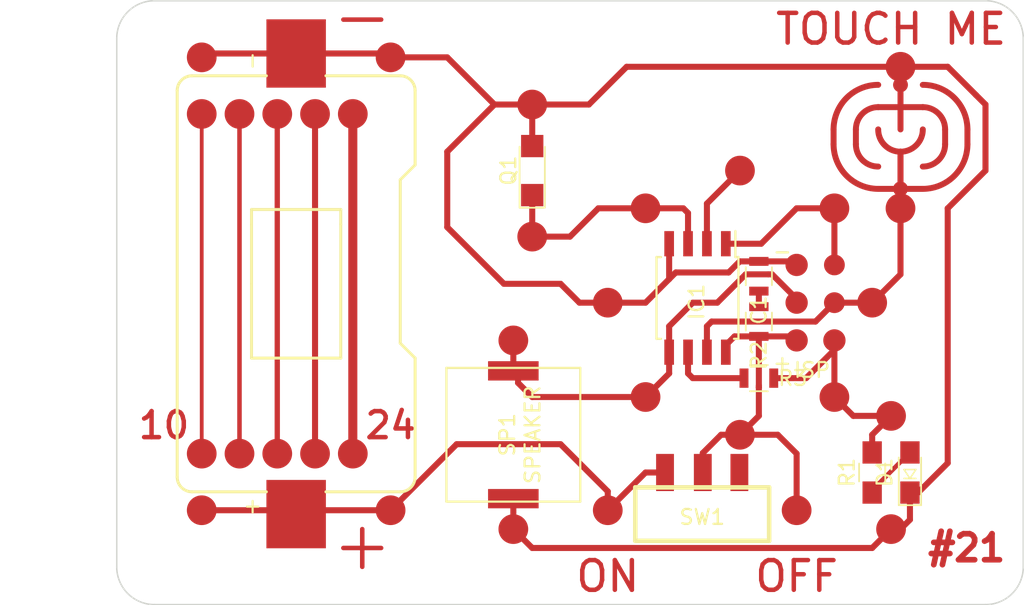
<source format=kicad_pcb>
(kicad_pcb (version 4) (host pcbnew 4.0.6)

  (general
    (links 56)
    (no_connects 8)
    (area 127.838999 58.877999 188.899001 99.618001)
    (thickness 1.6)
    (drawings 22)
    (tracks 139)
    (zones 0)
    (modules 44)
    (nets 12)
  )

  (page USLetter)
  (layers
    (0 F.Cu signal)
    (31 B.Cu signal)
    (32 B.Adhes user)
    (33 F.Adhes user)
    (34 B.Paste user)
    (35 F.Paste user)
    (36 B.SilkS user)
    (37 F.SilkS user)
    (38 B.Mask user)
    (39 F.Mask user)
    (40 Dwgs.User user)
    (41 Cmts.User user)
    (42 Eco1.User user)
    (43 Eco2.User user)
    (44 Edge.Cuts user)
    (45 Margin user)
    (46 B.CrtYd user)
    (47 F.CrtYd user)
    (48 B.Fab user)
    (49 F.Fab user)
  )

  (setup
    (last_trace_width 0.4064)
    (user_trace_width 0.254)
    (user_trace_width 0.3048)
    (user_trace_width 0.3556)
    (user_trace_width 0.4064)
    (user_trace_width 0.6096)
    (trace_clearance 0.2)
    (zone_clearance 0.508)
    (zone_45_only no)
    (trace_min 0.2)
    (segment_width 0.2)
    (edge_width 0.1)
    (via_size 0.6)
    (via_drill 0.4)
    (via_min_size 0.4)
    (via_min_drill 0.3)
    (uvia_size 0.3)
    (uvia_drill 0.1)
    (uvias_allowed no)
    (uvia_min_size 0.2)
    (uvia_min_drill 0.1)
    (pcb_text_width 0.3)
    (pcb_text_size 1.27 1.27)
    (mod_edge_width 0.15)
    (mod_text_size 1.016 1.016)
    (mod_text_width 0.127)
    (pad_size 1.5 1.5)
    (pad_drill 0)
    (pad_to_mask_clearance 0)
    (aux_axis_origin 111.76 109.855)
    (grid_origin 0.889 0.508)
    (visible_elements 7FFFFFFF)
    (pcbplotparams
      (layerselection 0x010a0_00000001)
      (usegerberextensions true)
      (excludeedgelayer true)
      (linewidth 0.100000)
      (plotframeref false)
      (viasonmask false)
      (mode 1)
      (useauxorigin false)
      (hpglpennumber 1)
      (hpglpenspeed 20)
      (hpglpendiameter 15)
      (hpglpenoverlay 2)
      (psnegative false)
      (psa4output false)
      (plotreference true)
      (plotvalue true)
      (plotinvisibletext false)
      (padsonsilk false)
      (subtractmaskfromsilk false)
      (outputformat 1)
      (mirror false)
      (drillshape 0)
      (scaleselection 1)
      (outputdirectory gerbers/))
  )

  (net 0 "")
  (net 1 GND)
  (net 2 +BATT)
  (net 3 /RST)
  (net 4 /D3)
  (net 5 /D4)
  (net 6 "Net-(D1-Pad2)")
  (net 7 /D1)
  (net 8 /D2)
  (net 9 /D0)
  (net 10 "Net-(BT1-Pad1)")
  (net 11 "Net-(SW1-Pad3)")

  (net_class Default "This is the default net class."
    (clearance 0.2)
    (trace_width 0.25)
    (via_dia 0.6)
    (via_drill 0.4)
    (uvia_dia 0.3)
    (uvia_drill 0.1)
    (add_net +BATT)
    (add_net /D0)
    (add_net /D1)
    (add_net /D2)
    (add_net /D3)
    (add_net /D4)
    (add_net /RST)
    (add_net GND)
    (add_net "Net-(BT1-Pad1)")
    (add_net "Net-(D1-Pad2)")
    (add_net "Net-(SW1-Pad3)")
  )

  (module footprints:SewPad (layer F.Cu) (tedit 5C9A7292) (tstamp 5C9E5BD1)
    (at 143.764 89.408)
    (descr "Through hole angled pin header, 1x01, 1.00mm pitch, 2.0mm pin length, single row")
    (tags "Through hole angled pin header THT 1x01 1.00mm single row")
    (path /5C9A7CEA)
    (fp_text reference JB2 (at 0 -0.25) (layer F.SilkS) hide
      (effects (font (size 0.5 0.5) (thickness 0.125)))
    )
    (fp_text value PAD (at 0 0.5) (layer F.Fab)
      (effects (font (size 0.6 0.6) (thickness 0.15)))
    )
    (pad 1 smd circle (at 0 0) (size 2 2) (layers F.Cu F.Mask)
      (net 1 GND))
    (model ${KISYS3DMOD}/Pin_Headers.3dshapes/Pin_Header_Angled_1x01_Pitch1.00mm.wrl
      (at (xyz 0 0 0))
      (scale (xyz 1 1 1))
      (rotate (xyz 0 0 0))
    )
  )

  (module footprints:SewPad (layer F.Cu) (tedit 5C9A7292) (tstamp 5C9E5BCC)
    (at 143.764 66.548)
    (descr "Through hole angled pin header, 1x01, 1.00mm pitch, 2.0mm pin length, single row")
    (tags "Through hole angled pin header THT 1x01 1.00mm single row")
    (path /5C9A7CEA)
    (fp_text reference JB2 (at 0 -0.25) (layer F.SilkS) hide
      (effects (font (size 0.5 0.5) (thickness 0.125)))
    )
    (fp_text value PAD (at 0 0.5) (layer F.Fab)
      (effects (font (size 0.6 0.6) (thickness 0.15)))
    )
    (pad 1 smd circle (at 0 0) (size 2 2) (layers F.Cu F.Mask)
      (net 1 GND))
    (model ${KISYS3DMOD}/Pin_Headers.3dshapes/Pin_Header_Angled_1x01_Pitch1.00mm.wrl
      (at (xyz 0 0 0))
      (scale (xyz 1 1 1))
      (rotate (xyz 0 0 0))
    )
  )

  (module footprints:SewPad (layer F.Cu) (tedit 5C9A7292) (tstamp 5C9E5B70)
    (at 141.224 89.408)
    (descr "Through hole angled pin header, 1x01, 1.00mm pitch, 2.0mm pin length, single row")
    (tags "Through hole angled pin header THT 1x01 1.00mm single row")
    (path /5C9A7CEA)
    (fp_text reference JB2 (at 0 -0.25) (layer F.SilkS) hide
      (effects (font (size 0.5 0.5) (thickness 0.125)))
    )
    (fp_text value PAD (at 0 0.5) (layer F.Fab)
      (effects (font (size 0.6 0.6) (thickness 0.15)))
    )
    (pad 1 smd circle (at 0 0) (size 2 2) (layers F.Cu F.Mask)
      (net 1 GND))
    (model ${KISYS3DMOD}/Pin_Headers.3dshapes/Pin_Header_Angled_1x01_Pitch1.00mm.wrl
      (at (xyz 0 0 0))
      (scale (xyz 1 1 1))
      (rotate (xyz 0 0 0))
    )
  )

  (module footprints:SewPad (layer F.Cu) (tedit 5C9A7292) (tstamp 5C9E5B69)
    (at 138.684 89.408)
    (descr "Through hole angled pin header, 1x01, 1.00mm pitch, 2.0mm pin length, single row")
    (tags "Through hole angled pin header THT 1x01 1.00mm single row")
    (path /5C9A7CEA)
    (fp_text reference JB2 (at 0 -0.25) (layer F.SilkS) hide
      (effects (font (size 0.5 0.5) (thickness 0.125)))
    )
    (fp_text value PAD (at 0 0.5) (layer F.Fab)
      (effects (font (size 0.6 0.6) (thickness 0.15)))
    )
    (pad 1 smd circle (at 0 0) (size 2 2) (layers F.Cu F.Mask)
      (net 1 GND))
    (model ${KISYS3DMOD}/Pin_Headers.3dshapes/Pin_Header_Angled_1x01_Pitch1.00mm.wrl
      (at (xyz 0 0 0))
      (scale (xyz 1 1 1))
      (rotate (xyz 0 0 0))
    )
  )

  (module footprints:SewPad (layer F.Cu) (tedit 5C9A7292) (tstamp 5C9E5B64)
    (at 136.144 89.408)
    (descr "Through hole angled pin header, 1x01, 1.00mm pitch, 2.0mm pin length, single row")
    (tags "Through hole angled pin header THT 1x01 1.00mm single row")
    (path /5C9A7CEA)
    (fp_text reference JB2 (at 0 -0.25) (layer F.SilkS) hide
      (effects (font (size 0.5 0.5) (thickness 0.125)))
    )
    (fp_text value PAD (at 0 0.5) (layer F.Fab)
      (effects (font (size 0.6 0.6) (thickness 0.15)))
    )
    (pad 1 smd circle (at 0 0) (size 2 2) (layers F.Cu F.Mask)
      (net 1 GND))
    (model ${KISYS3DMOD}/Pin_Headers.3dshapes/Pin_Header_Angled_1x01_Pitch1.00mm.wrl
      (at (xyz 0 0 0))
      (scale (xyz 1 1 1))
      (rotate (xyz 0 0 0))
    )
  )

  (module footprints:SewPad (layer F.Cu) (tedit 5C9A7292) (tstamp 5C9E5B5F)
    (at 141.224 66.548)
    (descr "Through hole angled pin header, 1x01, 1.00mm pitch, 2.0mm pin length, single row")
    (tags "Through hole angled pin header THT 1x01 1.00mm single row")
    (path /5C9A7CEA)
    (fp_text reference JB2 (at 0 -0.25) (layer F.SilkS) hide
      (effects (font (size 0.5 0.5) (thickness 0.125)))
    )
    (fp_text value PAD (at 0 0.5) (layer F.Fab)
      (effects (font (size 0.6 0.6) (thickness 0.15)))
    )
    (pad 1 smd circle (at 0 0) (size 2 2) (layers F.Cu F.Mask)
      (net 1 GND))
    (model ${KISYS3DMOD}/Pin_Headers.3dshapes/Pin_Header_Angled_1x01_Pitch1.00mm.wrl
      (at (xyz 0 0 0))
      (scale (xyz 1 1 1))
      (rotate (xyz 0 0 0))
    )
  )

  (module footprints:SewPad (layer F.Cu) (tedit 5C9A7292) (tstamp 5C9E5B5A)
    (at 138.684 66.548)
    (descr "Through hole angled pin header, 1x01, 1.00mm pitch, 2.0mm pin length, single row")
    (tags "Through hole angled pin header THT 1x01 1.00mm single row")
    (path /5C9A7CEA)
    (fp_text reference JB2 (at 0 -0.25) (layer F.SilkS) hide
      (effects (font (size 0.5 0.5) (thickness 0.125)))
    )
    (fp_text value PAD (at 0 0.5) (layer F.Fab)
      (effects (font (size 0.6 0.6) (thickness 0.15)))
    )
    (pad 1 smd circle (at 0 0) (size 2 2) (layers F.Cu F.Mask)
      (net 1 GND))
    (model ${KISYS3DMOD}/Pin_Headers.3dshapes/Pin_Header_Angled_1x01_Pitch1.00mm.wrl
      (at (xyz 0 0 0))
      (scale (xyz 1 1 1))
      (rotate (xyz 0 0 0))
    )
  )

  (module footprints:SewPad (layer F.Cu) (tedit 5C9A7292) (tstamp 5C9E5B55)
    (at 136.144 66.548)
    (descr "Through hole angled pin header, 1x01, 1.00mm pitch, 2.0mm pin length, single row")
    (tags "Through hole angled pin header THT 1x01 1.00mm single row")
    (path /5C9A7CEA)
    (fp_text reference JB2 (at 0 -0.25) (layer F.SilkS) hide
      (effects (font (size 0.5 0.5) (thickness 0.125)))
    )
    (fp_text value PAD (at 0 0.5) (layer F.Fab)
      (effects (font (size 0.6 0.6) (thickness 0.15)))
    )
    (pad 1 smd circle (at 0 0) (size 2 2) (layers F.Cu F.Mask)
      (net 1 GND))
    (model ${KISYS3DMOD}/Pin_Headers.3dshapes/Pin_Header_Angled_1x01_Pitch1.00mm.wrl
      (at (xyz 0 0 0))
      (scale (xyz 1 1 1))
      (rotate (xyz 0 0 0))
    )
  )

  (module footprints:SewPad (layer F.Cu) (tedit 5C9A7292) (tstamp 5C9E5B23)
    (at 133.604 89.408)
    (descr "Through hole angled pin header, 1x01, 1.00mm pitch, 2.0mm pin length, single row")
    (tags "Through hole angled pin header THT 1x01 1.00mm single row")
    (path /5C9A7CEA)
    (fp_text reference JB2 (at 0 -0.25) (layer F.SilkS) hide
      (effects (font (size 0.5 0.5) (thickness 0.125)))
    )
    (fp_text value PAD (at 0 0.5) (layer F.Fab)
      (effects (font (size 0.6 0.6) (thickness 0.15)))
    )
    (pad 1 smd circle (at 0 0) (size 2 2) (layers F.Cu F.Mask)
      (net 1 GND))
    (model ${KISYS3DMOD}/Pin_Headers.3dshapes/Pin_Header_Angled_1x01_Pitch1.00mm.wrl
      (at (xyz 0 0 0))
      (scale (xyz 1 1 1))
      (rotate (xyz 0 0 0))
    )
  )

  (module footprints:SewPad (layer F.Cu) (tedit 5C9A7292) (tstamp 5C9E5B07)
    (at 133.604 66.548)
    (descr "Through hole angled pin header, 1x01, 1.00mm pitch, 2.0mm pin length, single row")
    (tags "Through hole angled pin header THT 1x01 1.00mm single row")
    (path /5C9A7CEA)
    (fp_text reference JB2 (at 0 -0.25) (layer F.SilkS) hide
      (effects (font (size 0.5 0.5) (thickness 0.125)))
    )
    (fp_text value PAD (at 0 0.5) (layer F.Fab)
      (effects (font (size 0.6 0.6) (thickness 0.15)))
    )
    (pad 1 smd circle (at 0 0) (size 2 2) (layers F.Cu F.Mask)
      (net 1 GND))
    (model ${KISYS3DMOD}/Pin_Headers.3dshapes/Pin_Header_Angled_1x01_Pitch1.00mm.wrl
      (at (xyz 0 0 0))
      (scale (xyz 1 1 1))
      (rotate (xyz 0 0 0))
    )
  )

  (module footprints:SPST_SMD (layer F.Cu) (tedit 5C93C1B7) (tstamp 5C9D2EB1)
    (at 167.259 90.678)
    (descr "Through hole pin header")
    (tags "pin header")
    (path /5C9D935E)
    (fp_text reference SW1 (at 0 3) (layer F.SilkS)
      (effects (font (size 1 1) (thickness 0.15)))
    )
    (fp_text value SW_SPDT (at 0.1 0) (layer F.Fab)
      (effects (font (size 1 1) (thickness 0.15)))
    )
    (fp_line (start -4.5 4.6) (end 4.5 4.6) (layer F.SilkS) (width 0.3048))
    (fp_line (start 4.5 1) (end 4.5 4.6) (layer F.SilkS) (width 0.3048))
    (fp_line (start -4.5 1) (end -4.5 4.6) (layer F.SilkS) (width 0.3048))
    (fp_line (start -4.5 1) (end 4.5 1) (layer F.SilkS) (width 0.3048))
    (fp_text user JS102011SAQN (at 0 1.7) (layer F.Fab)
      (effects (font (size 0.8 0.8) (thickness 0.1)))
    )
    (pad "" np_thru_hole circle (at 3.4 2.75) (size 0.9 0.9) (drill 0.9) (layers *.Cu *.Mask))
    (pad 1 smd rect (at -2.5 0) (size 1.2 2.5) (layers F.Cu F.Paste F.Mask)
      (net 10 "Net-(BT1-Pad1)"))
    (pad 2 smd rect (at 0.04 0) (size 1.2 2.5) (layers F.Cu F.Paste F.Mask)
      (net 2 +BATT))
    (pad 3 smd rect (at 2.5 0) (size 1.2 2.5) (layers F.Cu F.Paste F.Mask)
      (net 11 "Net-(SW1-Pad3)"))
    (pad "" np_thru_hole circle (at -3.4 2.75) (size 0.9 0.9) (drill 0.9) (layers *.Cu *.Mask))
    (model Pin_Headers.3dshapes/Pin_Header_Straight_2x06.wrl
      (at (xyz 0.05 -0.25 0))
      (scale (xyz 1 1 1))
      (rotate (xyz 0 0 90))
    )
  )

  (module footprints:SewPad (layer F.Cu) (tedit 5C9A7292) (tstamp 5C9D2EF9)
    (at 133.604 93.218)
    (descr "Through hole angled pin header, 1x01, 1.00mm pitch, 2.0mm pin length, single row")
    (tags "Through hole angled pin header THT 1x01 1.00mm single row")
    (path /5C9A7C13)
    (fp_text reference JB1 (at 0 -0.25) (layer F.SilkS) hide
      (effects (font (size 0.5 0.5) (thickness 0.125)))
    )
    (fp_text value PAD (at 0 0.5) (layer F.Fab)
      (effects (font (size 0.6 0.6) (thickness 0.15)))
    )
    (pad 1 smd circle (at 0 0) (size 2 2) (layers F.Cu F.Mask)
      (net 10 "Net-(BT1-Pad1)"))
    (model ${KISYS3DMOD}/Pin_Headers.3dshapes/Pin_Header_Angled_1x01_Pitch1.00mm.wrl
      (at (xyz 0 0 0))
      (scale (xyz 1 1 1))
      (rotate (xyz 0 0 0))
    )
  )

  (module myFootPrints:SW_SMD_TOUCH (layer F.Cu) (tedit 5C9BABF6) (tstamp 5A94E024)
    (at 180.594 69.088)
    (path /5A7D01B3)
    (fp_text reference J1 (at 0.127 4.572) (layer F.SilkS) hide
      (effects (font (size 1.016 1.016) (thickness 0.2032)))
    )
    (fp_text value TOUCH (at 0.254 -4.572) (layer F.SilkS) hide
      (effects (font (size 1.016 1.016) (thickness 0.254)))
    )
    (fp_line (start 0 -1.5) (end 0 -4.5) (layer F.Cu) (width 0.4))
    (fp_line (start 0 2.5) (end 0 0) (layer F.Cu) (width 0.4))
    (fp_line (start -1.5 2.5) (end 1.5 2.5) (layer F.Cu) (width 0.4))
    (fp_line (start -4.5 -0.5) (end -4.5 -1.5) (layer F.Cu) (width 0.4))
    (fp_line (start 4.5 -0.5) (end 4.5 -1.5) (layer F.Cu) (width 0.4))
    (fp_arc (start -1.5 -1.5) (end -4.5 -1.5) (angle 90) (layer F.Cu) (width 0.4))
    (fp_arc (start -1.5 -0.5) (end -1.5 2.5) (angle 90) (layer F.Cu) (width 0.4))
    (fp_arc (start 1.5 -1.5) (end 1.5 -4.5) (angle 90) (layer F.Cu) (width 0.4))
    (fp_arc (start 1.5 -0.5) (end 4.5 -0.5) (angle 90) (layer F.Cu) (width 0.4))
    (fp_line (start 3 -1.5) (end 3 -0.5) (layer F.Cu) (width 0.4))
    (fp_line (start -3 -1.5) (end -3 -0.5) (layer F.Cu) (width 0.4))
    (fp_arc (start -1.5 -0.5) (end -1.5 1) (angle 90) (layer F.Cu) (width 0.4))
    (fp_arc (start 1.5 -0.5) (end 3 -0.5) (angle 90) (layer F.Cu) (width 0.4))
    (fp_line (start -1.5 -3) (end 1.5 -3) (layer F.Cu) (width 0.4))
    (fp_arc (start 0 -1.5) (end 0 0) (angle 90) (layer F.Cu) (width 0.4))
    (fp_arc (start 0 -1.5) (end 1.5 -1.5) (angle 90) (layer F.Cu) (width 0.4))
    (fp_arc (start 1.5 -1.5) (end 1.5 -3) (angle 90) (layer F.Cu) (width 0.4))
    (fp_arc (start -1.5 -1.5) (end -3 -1.5) (angle 90) (layer F.Cu) (width 0.4))
    (pad 2 smd circle (at 0 2.5) (size 1 1) (layers F.Cu)
      (net 8 /D2))
    (pad 1 smd circle (at 0 -4.5) (size 1 1) (layers F.Cu)
      (net 1 GND))
  )

  (module footprints:SewPad (layer F.Cu) (tedit 5C9A7292) (tstamp 5C9A863A)
    (at 146.304 93.218)
    (descr "Through hole angled pin header, 1x01, 1.00mm pitch, 2.0mm pin length, single row")
    (tags "Through hole angled pin header THT 1x01 1.00mm single row")
    (path /5C9A7C13)
    (fp_text reference JB1 (at 0 -0.25) (layer F.SilkS) hide
      (effects (font (size 0.5 0.5) (thickness 0.125)))
    )
    (fp_text value PAD (at 0 0.5) (layer F.Fab)
      (effects (font (size 0.6 0.6) (thickness 0.15)))
    )
    (pad 1 smd circle (at 0 0) (size 2 2) (layers F.Cu F.Mask)
      (net 10 "Net-(BT1-Pad1)"))
    (model ${KISYS3DMOD}/Pin_Headers.3dshapes/Pin_Header_Angled_1x01_Pitch1.00mm.wrl
      (at (xyz 0 0 0))
      (scale (xyz 1 1 1))
      (rotate (xyz 0 0 0))
    )
  )

  (module footprints:SewPad (layer F.Cu) (tedit 5C9A7292) (tstamp 5C9A860B)
    (at 133.604 62.738)
    (descr "Through hole angled pin header, 1x01, 1.00mm pitch, 2.0mm pin length, single row")
    (tags "Through hole angled pin header THT 1x01 1.00mm single row")
    (path /5C9A7CEA)
    (fp_text reference JB2 (at 0 -0.25) (layer F.SilkS) hide
      (effects (font (size 0.5 0.5) (thickness 0.125)))
    )
    (fp_text value PAD (at 0 0.5) (layer F.Fab)
      (effects (font (size 0.6 0.6) (thickness 0.15)))
    )
    (pad 1 smd circle (at 0 0) (size 2 2) (layers F.Cu F.Mask)
      (net 1 GND))
    (model ${KISYS3DMOD}/Pin_Headers.3dshapes/Pin_Header_Angled_1x01_Pitch1.00mm.wrl
      (at (xyz 0 0 0))
      (scale (xyz 1 1 1))
      (rotate (xyz 0 0 0))
    )
  )

  (module footprints:Pin_Header_Straight_2x03_Pitch2.54mm (layer F.Cu) (tedit 5C9B8E35) (tstamp 5A7BED43)
    (at 176.149 81.788 180)
    (descr "Through hole straight pin header, 2x03, 2.54mm pitch, double rows")
    (tags "Through hole pin header THT 2x03 2.54mm double row")
    (path /561A9A26)
    (fp_text reference CON1 (at 1.2 2.5 270) (layer F.SilkS) hide
      (effects (font (size 1 1) (thickness 0.15)))
    )
    (fp_text value ISP (at 1.5 -2 180) (layer F.SilkS)
      (effects (font (size 1 1) (thickness 0.15)))
    )
    (fp_text user - (at 3.5 6 180) (layer F.SilkS)
      (effects (font (size 1 1) (thickness 0.15)))
    )
    (fp_text user + (at 3.5 -1.5 180) (layer F.SilkS)
      (effects (font (size 1 1) (thickness 0.15)))
    )
    (fp_line (start 0 -1.27) (end 3.81 -1.27) (layer F.Fab) (width 0.1))
    (fp_line (start 3.81 -1.27) (end 3.81 6.35) (layer F.Fab) (width 0.1))
    (fp_line (start 3.81 6.35) (end -1.27 6.35) (layer F.Fab) (width 0.1))
    (fp_line (start -1.27 6.35) (end -1.27 0) (layer F.Fab) (width 0.1))
    (fp_line (start -1.27 0) (end 0 -1.27) (layer F.Fab) (width 0.1))
    (fp_line (start -1.8 -1.8) (end -1.8 6.85) (layer F.CrtYd) (width 0.05))
    (fp_line (start -1.8 6.85) (end 4.35 6.85) (layer F.CrtYd) (width 0.05))
    (fp_line (start 4.35 6.85) (end 4.35 -1.8) (layer F.CrtYd) (width 0.05))
    (fp_line (start 4.35 -1.8) (end -1.8 -1.8) (layer F.CrtYd) (width 0.05))
    (fp_text user %R (at 1.27 2.54 270) (layer F.Fab)
      (effects (font (size 1 1) (thickness 0.15)))
    )
    (pad 1 smd circle (at 0 0 180) (size 1.5 1.5) (layers F.Cu)
      (net 7 /D1))
    (pad 2 smd oval (at 2.54 0 180) (size 1.5 1.5) (layers F.Cu)
      (net 2 +BATT))
    (pad 3 smd circle (at 0 2.54 180) (size 1.4 1.4) (layers F.Cu)
      (net 8 /D2))
    (pad 4 smd oval (at 2.54 2.54 180) (size 1.5 1.5) (layers F.Cu)
      (net 9 /D0))
    (pad 5 smd circle (at 0 5.08 180) (size 1.4 1.4) (layers F.Cu)
      (net 3 /RST))
    (pad 6 smd circle (at 2.54 5.08 180) (size 1.5 1.5) (layers F.Cu)
      (net 1 GND))
  )

  (module Resistors_SMD:R_0805 (layer F.Cu) (tedit 5C9A81B7) (tstamp 5C9A81AC)
    (at 171.069 77.47 270)
    (descr "Resistor SMD 0805, reflow soldering, Vishay (see dcrcw.pdf)")
    (tags "resistor 0805")
    (path /553FDF53)
    (attr smd)
    (fp_text reference C1 (at 2.286 0 270) (layer F.SilkS)
      (effects (font (size 1 1) (thickness 0.15)))
    )
    (fp_text value "0.1 uF" (at 0 1.75 270) (layer F.Fab)
      (effects (font (size 1 1) (thickness 0.15)))
    )
    (fp_text user %R (at 0 0 270) (layer F.Fab)
      (effects (font (size 0.5 0.5) (thickness 0.075)))
    )
    (fp_line (start -1 0.62) (end -1 -0.62) (layer F.Fab) (width 0.1))
    (fp_line (start 1 0.62) (end -1 0.62) (layer F.Fab) (width 0.1))
    (fp_line (start 1 -0.62) (end 1 0.62) (layer F.Fab) (width 0.1))
    (fp_line (start -1 -0.62) (end 1 -0.62) (layer F.Fab) (width 0.1))
    (fp_line (start 0.6 0.88) (end -0.6 0.88) (layer F.SilkS) (width 0.12))
    (fp_line (start -0.6 -0.88) (end 0.6 -0.88) (layer F.SilkS) (width 0.12))
    (fp_line (start -1.55 -0.9) (end 1.55 -0.9) (layer F.CrtYd) (width 0.05))
    (fp_line (start -1.55 -0.9) (end -1.55 0.9) (layer F.CrtYd) (width 0.05))
    (fp_line (start 1.55 0.9) (end 1.55 -0.9) (layer F.CrtYd) (width 0.05))
    (fp_line (start 1.55 0.9) (end -1.55 0.9) (layer F.CrtYd) (width 0.05))
    (pad 1 smd rect (at -1 0 270) (size 0.6 1.3) (layers F.Cu F.Paste F.Mask)
      (net 1 GND))
    (pad 2 smd rect (at 1 0 270) (size 0.6 1.3) (layers F.Cu F.Paste F.Mask)
      (net 2 +BATT))
    (model ${KISYS3DMOD}/Resistors_SMD.3dshapes/R_0805.wrl
      (at (xyz 0 0 0))
      (scale (xyz 1 1 1))
      (rotate (xyz 0 0 0))
    )
  )

  (module Resistors_SMD:R_0805 (layer F.Cu) (tedit 5C99664C) (tstamp 5C9A7BCD)
    (at 171.069 80.518 270)
    (descr "Resistor SMD 0805, reflow soldering, Vishay (see dcrcw.pdf)")
    (tags "resistor 0805")
    (path /5C9B9776)
    (attr smd)
    (fp_text reference R2 (at 2.286 0 270) (layer F.SilkS)
      (effects (font (size 1 1) (thickness 0.15)))
    )
    (fp_text value 0 (at 0 1.75 270) (layer F.Fab)
      (effects (font (size 1 1) (thickness 0.15)))
    )
    (fp_text user %R (at 0 0 270) (layer F.Fab)
      (effects (font (size 0.5 0.5) (thickness 0.075)))
    )
    (fp_line (start -1 0.62) (end -1 -0.62) (layer F.Fab) (width 0.1))
    (fp_line (start 1 0.62) (end -1 0.62) (layer F.Fab) (width 0.1))
    (fp_line (start 1 -0.62) (end 1 0.62) (layer F.Fab) (width 0.1))
    (fp_line (start -1 -0.62) (end 1 -0.62) (layer F.Fab) (width 0.1))
    (fp_line (start 0.6 0.88) (end -0.6 0.88) (layer F.SilkS) (width 0.12))
    (fp_line (start -0.6 -0.88) (end 0.6 -0.88) (layer F.SilkS) (width 0.12))
    (fp_line (start -1.55 -0.9) (end 1.55 -0.9) (layer F.CrtYd) (width 0.05))
    (fp_line (start -1.55 -0.9) (end -1.55 0.9) (layer F.CrtYd) (width 0.05))
    (fp_line (start 1.55 0.9) (end 1.55 -0.9) (layer F.CrtYd) (width 0.05))
    (fp_line (start 1.55 0.9) (end -1.55 0.9) (layer F.CrtYd) (width 0.05))
    (pad 1 smd rect (at -1 0 270) (size 0.6 1.3) (layers F.Cu F.Paste F.Mask)
      (net 2 +BATT))
    (pad 2 smd rect (at 1 0 270) (size 0.6 1.3) (layers F.Cu F.Paste F.Mask)
      (net 2 +BATT))
    (model ${KISYS3DMOD}/Resistors_SMD.3dshapes/R_0805.wrl
      (at (xyz 0 0 0))
      (scale (xyz 1 1 1))
      (rotate (xyz 0 0 0))
    )
  )

  (module Resistors_SMD:R_0805 (layer F.Cu) (tedit 5C9B897D) (tstamp 5C8A8B15)
    (at 171.069 84.328)
    (descr "Resistor SMD 0805, reflow soldering, Vishay (see dcrcw.pdf)")
    (tags "resistor 0805")
    (path /5C8A8E71)
    (attr smd)
    (fp_text reference R3 (at 2.286 0) (layer F.SilkS)
      (effects (font (size 1 1) (thickness 0.15)))
    )
    (fp_text value 0 (at 0 1.75) (layer F.Fab)
      (effects (font (size 1 1) (thickness 0.15)))
    )
    (fp_text user %R (at 0 0) (layer F.Fab)
      (effects (font (size 0.5 0.5) (thickness 0.075)))
    )
    (fp_line (start -1 0.62) (end -1 -0.62) (layer F.Fab) (width 0.1))
    (fp_line (start 1 0.62) (end -1 0.62) (layer F.Fab) (width 0.1))
    (fp_line (start 1 -0.62) (end 1 0.62) (layer F.Fab) (width 0.1))
    (fp_line (start -1 -0.62) (end 1 -0.62) (layer F.Fab) (width 0.1))
    (fp_line (start 0.6 0.88) (end -0.6 0.88) (layer F.SilkS) (width 0.12))
    (fp_line (start -0.6 -0.88) (end 0.6 -0.88) (layer F.SilkS) (width 0.12))
    (fp_line (start -1.55 -0.9) (end 1.55 -0.9) (layer F.CrtYd) (width 0.05))
    (fp_line (start -1.55 -0.9) (end -1.55 0.9) (layer F.CrtYd) (width 0.05))
    (fp_line (start 1.55 0.9) (end 1.55 -0.9) (layer F.CrtYd) (width 0.05))
    (fp_line (start 1.55 0.9) (end -1.55 0.9) (layer F.CrtYd) (width 0.05))
    (pad 1 smd rect (at -1 0) (size 0.6 1.3) (layers F.Cu F.Paste F.Mask)
      (net 7 /D1))
    (pad 2 smd rect (at 1 0) (size 0.6 1.3) (layers F.Cu F.Paste F.Mask)
      (net 7 /D1))
    (model ${KISYS3DMOD}/Resistors_SMD.3dshapes/R_0805.wrl
      (at (xyz 0 0 0))
      (scale (xyz 1 1 1))
      (rotate (xyz 0 0 0))
    )
  )

  (module BATT_BA2032SM (layer F.Cu) (tedit 5C9A887A) (tstamp 5A83A7E3)
    (at 139.954 77.978 90)
    (tags battery)
    (path /553F9619)
    (fp_text reference BT1 (at 0 5 90) (layer F.SilkS) hide
      (effects (font (size 1.72974 1.08712) (thickness 0.27178)))
    )
    (fp_text value Battery (at 0 -5 90) (layer F.SilkS) hide
      (effects (font (size 1.524 1.016) (thickness 0.254)))
    )
    (fp_line (start 4 3) (end 5 3) (layer F.SilkS) (width 0.2))
    (fp_line (start 5 3) (end 5 -3) (layer F.SilkS) (width 0.2))
    (fp_line (start 5 -3) (end 4 -3) (layer F.SilkS) (width 0.2))
    (fp_line (start 0 -3) (end -5 -3) (layer F.SilkS) (width 0.2))
    (fp_line (start -5 -3) (end -5 3) (layer F.SilkS) (width 0.2))
    (fp_line (start -5 3) (end 4 3) (layer F.SilkS) (width 0.2))
    (fp_line (start 4 -3) (end 0 -3) (layer F.SilkS) (width 0.2))
    (fp_circle (center 0 0) (end 0 -10) (layer F.CrtYd) (width 0.2))
    (fp_text user - (at 15 -3 90) (layer F.SilkS)
      (effects (font (size 1 1) (thickness 0.15)))
    )
    (fp_text user + (at -15 -3 90) (layer F.SilkS)
      (effects (font (size 1 1) (thickness 0.15)))
    )
    (fp_line (start -5 8) (end -13 8) (layer F.SilkS) (width 0.2))
    (fp_line (start 8 8) (end 13 8) (layer F.SilkS) (width 0.2))
    (fp_line (start -5 8) (end -4 7) (layer F.SilkS) (width 0.2))
    (fp_line (start -4 7) (end 7 7) (layer F.SilkS) (width 0.2))
    (fp_line (start 7 7) (end 8 8) (layer F.SilkS) (width 0.2))
    (fp_line (start -14 2) (end -14 7) (layer F.SilkS) (width 0.2))
    (fp_line (start 14 2) (end 14 7) (layer F.SilkS) (width 0.2))
    (fp_line (start -13 -8) (end 13 -8) (layer F.SilkS) (width 0.2))
    (fp_line (start -14 -2) (end -14 -7) (layer F.SilkS) (width 0.2))
    (fp_arc (start 13 -7) (end 13 -8) (angle 90) (layer F.SilkS) (width 0.2))
    (fp_arc (start 13 7) (end 14 7) (angle 90) (layer F.SilkS) (width 0.2))
    (fp_arc (start -13 7) (end -13 8) (angle 90) (layer F.SilkS) (width 0.2))
    (fp_arc (start -13 -7) (end -14 -7) (angle 90) (layer F.SilkS) (width 0.2))
    (fp_line (start 14 -2) (end 14 -7) (layer F.SilkS) (width 0.2))
    (pad 1 smd rect (at -15.5 0 90) (size 4.6 4) (layers F.Cu F.Paste F.Mask)
      (net 10 "Net-(BT1-Pad1)"))
    (pad 2 smd rect (at 15.5 0 90) (size 4.6 4) (layers F.Cu F.Paste F.Mask)
      (net 1 GND))
  )

  (module LEDs:LED_0805_HandSoldering (layer F.Cu) (tedit 5A9E0B35) (tstamp 5A94E010)
    (at 181.229 90.678 90)
    (descr "Resistor SMD 0805, hand soldering")
    (tags "resistor 0805")
    (path /561BE7BF)
    (attr smd)
    (fp_text reference D1 (at 0 -1.7 90) (layer F.SilkS)
      (effects (font (size 1 1) (thickness 0.15)))
    )
    (fp_text value LED (at 0 1.75 90) (layer F.Fab)
      (effects (font (size 1 1) (thickness 0.15)))
    )
    (fp_line (start -0.4 -0.4) (end -0.4 0.4) (layer F.SilkS) (width 0.1))
    (fp_line (start -0.4 0) (end 0.2 -0.4) (layer F.SilkS) (width 0.1))
    (fp_line (start 0.2 0.4) (end -0.4 0) (layer F.SilkS) (width 0.1))
    (fp_line (start 0.2 -0.4) (end 0.2 0.4) (layer F.SilkS) (width 0.1))
    (fp_line (start -1 0.62) (end -1 -0.62) (layer F.Fab) (width 0.1))
    (fp_line (start 1 0.62) (end -1 0.62) (layer F.Fab) (width 0.1))
    (fp_line (start 1 -0.62) (end 1 0.62) (layer F.Fab) (width 0.1))
    (fp_line (start -1 -0.62) (end 1 -0.62) (layer F.Fab) (width 0.1))
    (fp_line (start 1 0.75) (end -2.2 0.75) (layer F.SilkS) (width 0.12))
    (fp_line (start -2.2 -0.75) (end 1 -0.75) (layer F.SilkS) (width 0.12))
    (fp_line (start -2.35 -0.9) (end 2.35 -0.9) (layer F.CrtYd) (width 0.05))
    (fp_line (start -2.35 -0.9) (end -2.35 0.9) (layer F.CrtYd) (width 0.05))
    (fp_line (start 2.35 0.9) (end 2.35 -0.9) (layer F.CrtYd) (width 0.05))
    (fp_line (start 2.35 0.9) (end -2.35 0.9) (layer F.CrtYd) (width 0.05))
    (fp_line (start -2.2 -0.75) (end -2.2 0.75) (layer F.SilkS) (width 0.12))
    (pad 1 smd rect (at -1.35 0 90) (size 1.5 1.3) (layers F.Cu F.Paste F.Mask)
      (net 1 GND))
    (pad 2 smd rect (at 1.35 0 90) (size 1.5 1.3) (layers F.Cu F.Paste F.Mask)
      (net 6 "Net-(D1-Pad2)"))
    (model ${KISYS3DMOD}/LEDs.3dshapes/LED_0805.wrl
      (at (xyz 0 0 0))
      (scale (xyz 1 1 1))
      (rotate (xyz 0 0 0))
    )
  )

  (module footprints:SOIJ-8_5.3x5.3mm_Pitch1.27mm (layer F.Cu) (tedit 5A94E6CD) (tstamp 5A94DD7A)
    (at 166.9415 78.9305 270)
    (descr "8-Lead Plastic Small Outline (SM) - Medium, 5.28 mm Body [SOIC] (see Microchip Packaging Specification 00000049BS.pdf)")
    (tags "SOIC 1.27")
    (path /553EFD0A)
    (attr smd)
    (fp_text reference IC1 (at 0.265 0.06 270) (layer F.SilkS)
      (effects (font (size 1 1) (thickness 0.15)))
    )
    (fp_text value ATTINY85 (at 0 3.68 270) (layer F.Fab)
      (effects (font (size 1 1) (thickness 0.15)))
    )
    (fp_text user %R (at 0 0 270) (layer F.Fab)
      (effects (font (size 1 1) (thickness 0.15)))
    )
    (fp_line (start -1.65 -2.65) (end 2.65 -2.65) (layer F.Fab) (width 0.15))
    (fp_line (start 2.65 -2.65) (end 2.65 2.65) (layer F.Fab) (width 0.15))
    (fp_line (start 2.65 2.65) (end -2.65 2.65) (layer F.Fab) (width 0.15))
    (fp_line (start -2.65 2.65) (end -2.65 -1.65) (layer F.Fab) (width 0.15))
    (fp_line (start -2.65 -1.65) (end -1.65 -2.65) (layer F.Fab) (width 0.15))
    (fp_line (start -4.75 -2.95) (end -4.75 2.95) (layer F.CrtYd) (width 0.05))
    (fp_line (start 4.75 -2.95) (end 4.75 2.95) (layer F.CrtYd) (width 0.05))
    (fp_line (start -4.75 -2.95) (end 4.75 -2.95) (layer F.CrtYd) (width 0.05))
    (fp_line (start -4.75 2.95) (end 4.75 2.95) (layer F.CrtYd) (width 0.05))
    (fp_line (start -2.75 -2.755) (end -2.75 -2.55) (layer F.SilkS) (width 0.15))
    (fp_line (start 2.75 -2.755) (end 2.75 -2.455) (layer F.SilkS) (width 0.15))
    (fp_line (start 2.75 2.755) (end 2.75 2.455) (layer F.SilkS) (width 0.15))
    (fp_line (start -2.75 2.755) (end -2.75 2.455) (layer F.SilkS) (width 0.15))
    (fp_line (start -2.75 -2.755) (end 2.75 -2.755) (layer F.SilkS) (width 0.15))
    (fp_line (start -2.75 2.755) (end 2.75 2.755) (layer F.SilkS) (width 0.15))
    (fp_line (start -2.75 -2.55) (end -4.5 -2.55) (layer F.SilkS) (width 0.15))
    (pad 1 smd rect (at -3.65 -1.905 270) (size 1.7 0.65) (layers F.Cu F.Paste F.Mask)
      (net 3 /RST))
    (pad 2 smd rect (at -3.65 -0.635 270) (size 1.7 0.65) (layers F.Cu F.Paste F.Mask)
      (net 4 /D3))
    (pad 3 smd rect (at -3.65 0.635 270) (size 1.7 0.65) (layers F.Cu F.Paste F.Mask)
      (net 5 /D4))
    (pad 4 smd rect (at -3.65 1.905 270) (size 1.7 0.65) (layers F.Cu F.Paste F.Mask)
      (net 1 GND))
    (pad 5 smd rect (at 3.65 1.905 270) (size 1.7 0.65) (layers F.Cu F.Paste F.Mask)
      (net 9 /D0))
    (pad 6 smd rect (at 3.65 0.635 270) (size 1.7 0.65) (layers F.Cu F.Paste F.Mask)
      (net 7 /D1))
    (pad 7 smd rect (at 3.65 -0.635 270) (size 1.7 0.65) (layers F.Cu F.Paste F.Mask)
      (net 8 /D2))
    (pad 8 smd rect (at 3.65 -1.905 270) (size 1.7 0.65) (layers F.Cu F.Paste F.Mask)
      (net 2 +BATT))
    (model ${KISYS3DMOD}/Housings_SOIC.3dshapes/SOIJ-8_5.3x5.3mm_Pitch1.27mm.wrl
      (at (xyz 0 0 0))
      (scale (xyz 1 1 1))
      (rotate (xyz 0 0 0))
    )
  )

  (module Resistors_SMD:R_0805_HandSoldering (layer F.Cu) (tedit 58E0A804) (tstamp 5A94E034)
    (at 178.689 90.678 90)
    (descr "Resistor SMD 0805, hand soldering")
    (tags "resistor 0805")
    (path /561BE85C)
    (attr smd)
    (fp_text reference R1 (at 0 -1.7 90) (layer F.SilkS)
      (effects (font (size 1 1) (thickness 0.15)))
    )
    (fp_text value 330 (at 0 1.75 90) (layer F.Fab)
      (effects (font (size 1 1) (thickness 0.15)))
    )
    (fp_text user %R (at 0 0 90) (layer F.Fab)
      (effects (font (size 0.5 0.5) (thickness 0.075)))
    )
    (fp_line (start -1 0.62) (end -1 -0.62) (layer F.Fab) (width 0.1))
    (fp_line (start 1 0.62) (end -1 0.62) (layer F.Fab) (width 0.1))
    (fp_line (start 1 -0.62) (end 1 0.62) (layer F.Fab) (width 0.1))
    (fp_line (start -1 -0.62) (end 1 -0.62) (layer F.Fab) (width 0.1))
    (fp_line (start 0.6 0.88) (end -0.6 0.88) (layer F.SilkS) (width 0.12))
    (fp_line (start -0.6 -0.88) (end 0.6 -0.88) (layer F.SilkS) (width 0.12))
    (fp_line (start -2.35 -0.9) (end 2.35 -0.9) (layer F.CrtYd) (width 0.05))
    (fp_line (start -2.35 -0.9) (end -2.35 0.9) (layer F.CrtYd) (width 0.05))
    (fp_line (start 2.35 0.9) (end 2.35 -0.9) (layer F.CrtYd) (width 0.05))
    (fp_line (start 2.35 0.9) (end -2.35 0.9) (layer F.CrtYd) (width 0.05))
    (pad 1 smd rect (at -1.35 0 90) (size 1.5 1.3) (layers F.Cu F.Paste F.Mask)
      (net 6 "Net-(D1-Pad2)"))
    (pad 2 smd rect (at 1.35 0 90) (size 1.5 1.3) (layers F.Cu F.Paste F.Mask)
      (net 7 /D1))
    (model ${KISYS3DMOD}/Resistors_SMD.3dshapes/R_0805.wrl
      (at (xyz 0 0 0))
      (scale (xyz 1 1 1))
      (rotate (xyz 0 0 0))
    )
  )

  (module footprints:PS1240_piezo (layer F.Cu) (tedit 5A7D0A37) (tstamp 5C9A6FE2)
    (at 154.559 88.138 90)
    (descr "piezo speaker 12 mm")
    (tags "buzzer speaker piezo")
    (path /561A890F)
    (fp_text reference SP1 (at 0 -0.4 90) (layer F.SilkS)
      (effects (font (size 1 1) (thickness 0.15)))
    )
    (fp_text value SPEAKER (at 0 1.3 90) (layer F.SilkS)
      (effects (font (size 1 1) (thickness 0.15)))
    )
    (fp_line (start -4.5 -4.5) (end -4.5 4.5) (layer F.SilkS) (width 0.15))
    (fp_line (start -4.5 4.5) (end 4.5 4.5) (layer F.SilkS) (width 0.15))
    (fp_line (start 4.5 4.5) (end 4.5 -4.5) (layer F.SilkS) (width 0.15))
    (fp_line (start 4.5 -4.5) (end -4.5 -4.5) (layer F.SilkS) (width 0.15))
    (pad 1 smd rect (at -4.3 0 90) (size 1.3 3.4) (layers F.Cu F.Paste F.Mask)
      (net 1 GND))
    (pad 2 smd rect (at 4.3 0 90) (size 1.3 3.4) (layers F.Cu F.Paste F.Mask)
      (net 9 /D0))
  )

  (module footprints:SewPad (layer F.Cu) (tedit 5C9A7292) (tstamp 5C9A7448)
    (at 146.304 62.738)
    (descr "Through hole angled pin header, 1x01, 1.00mm pitch, 2.0mm pin length, single row")
    (tags "Through hole angled pin header THT 1x01 1.00mm single row")
    (path /5C9A7CEA)
    (fp_text reference JB2 (at 0 -0.25) (layer F.SilkS) hide
      (effects (font (size 0.5 0.5) (thickness 0.125)))
    )
    (fp_text value PAD (at 0 0.5) (layer F.Fab)
      (effects (font (size 0.6 0.6) (thickness 0.15)))
    )
    (pad 1 smd circle (at 0 0) (size 2 2) (layers F.Cu F.Mask)
      (net 1 GND))
    (model ${KISYS3DMOD}/Pin_Headers.3dshapes/Pin_Header_Angled_1x01_Pitch1.00mm.wrl
      (at (xyz 0 0 0))
      (scale (xyz 1 1 1))
      (rotate (xyz 0 0 0))
    )
  )

  (module footprints:SewPad (layer F.Cu) (tedit 5C9A7292) (tstamp 5C9A744D)
    (at 179.959 86.868 90)
    (descr "Through hole angled pin header, 1x01, 1.00mm pitch, 2.0mm pin length, single row")
    (tags "Through hole angled pin header THT 1x01 1.00mm single row")
    (path /5C9A7290)
    (fp_text reference JL1 (at 0 -0.25 90) (layer F.SilkS) hide
      (effects (font (size 0.5 0.5) (thickness 0.125)))
    )
    (fp_text value PAD (at 0 0.5 90) (layer F.Fab)
      (effects (font (size 0.6 0.6) (thickness 0.15)))
    )
    (pad 1 smd circle (at 0 0 90) (size 2 2) (layers F.Cu F.Mask)
      (net 7 /D1))
    (model ${KISYS3DMOD}/Pin_Headers.3dshapes/Pin_Header_Angled_1x01_Pitch1.00mm.wrl
      (at (xyz 0 0 0))
      (scale (xyz 1 1 1))
      (rotate (xyz 0 0 0))
    )
  )

  (module footprints:SewPad (layer F.Cu) (tedit 5C9A7292) (tstamp 5C9A7452)
    (at 179.959 94.488 90)
    (descr "Through hole angled pin header, 1x01, 1.00mm pitch, 2.0mm pin length, single row")
    (tags "Through hole angled pin header THT 1x01 1.00mm single row")
    (path /5C9A7595)
    (fp_text reference JL2 (at 0 -0.25 90) (layer F.SilkS) hide
      (effects (font (size 0.5 0.5) (thickness 0.125)))
    )
    (fp_text value PAD (at 0 0.5 90) (layer F.Fab)
      (effects (font (size 0.6 0.6) (thickness 0.15)))
    )
    (pad 1 smd circle (at 0 0 90) (size 2 2) (layers F.Cu F.Mask)
      (net 1 GND))
    (model ${KISYS3DMOD}/Pin_Headers.3dshapes/Pin_Header_Angled_1x01_Pitch1.00mm.wrl
      (at (xyz 0 0 0))
      (scale (xyz 1 1 1))
      (rotate (xyz 0 0 0))
    )
  )

  (module footprints:SewPad (layer F.Cu) (tedit 5C9A7292) (tstamp 5C9A7457)
    (at 169.799 88.138)
    (descr "Through hole angled pin header, 1x01, 1.00mm pitch, 2.0mm pin length, single row")
    (tags "Through hole angled pin header THT 1x01 1.00mm single row")
    (path /5C9A827C)
    (fp_text reference JP1 (at 0 -0.25) (layer F.SilkS) hide
      (effects (font (size 0.5 0.5) (thickness 0.125)))
    )
    (fp_text value PAD (at 0 0.5) (layer F.Fab)
      (effects (font (size 0.6 0.6) (thickness 0.15)))
    )
    (pad 1 smd circle (at 0 0) (size 2 2) (layers F.Cu F.Mask)
      (net 2 +BATT))
    (model ${KISYS3DMOD}/Pin_Headers.3dshapes/Pin_Header_Angled_1x01_Pitch1.00mm.wrl
      (at (xyz 0 0 0))
      (scale (xyz 1 1 1))
      (rotate (xyz 0 0 0))
    )
  )

  (module footprints:SewPad (layer F.Cu) (tedit 5C9A7292) (tstamp 5C9A745C)
    (at 160.909 79.248)
    (descr "Through hole angled pin header, 1x01, 1.00mm pitch, 2.0mm pin length, single row")
    (tags "Through hole angled pin header THT 1x01 1.00mm single row")
    (path /5C9A863D)
    (fp_text reference JP2 (at 0 -0.25) (layer F.SilkS) hide
      (effects (font (size 0.5 0.5) (thickness 0.125)))
    )
    (fp_text value PAD (at 0 0.5) (layer F.Fab)
      (effects (font (size 0.6 0.6) (thickness 0.15)))
    )
    (pad 1 smd circle (at 0 0) (size 2 2) (layers F.Cu F.Mask)
      (net 1 GND))
    (model ${KISYS3DMOD}/Pin_Headers.3dshapes/Pin_Header_Angled_1x01_Pitch1.00mm.wrl
      (at (xyz 0 0 0))
      (scale (xyz 1 1 1))
      (rotate (xyz 0 0 0))
    )
  )

  (module footprints:SewPad (layer F.Cu) (tedit 5C9A7292) (tstamp 5C9A7461)
    (at 154.559 81.788 180)
    (descr "Through hole angled pin header, 1x01, 1.00mm pitch, 2.0mm pin length, single row")
    (tags "Through hole angled pin header THT 1x01 1.00mm single row")
    (path /5C9A7668)
    (fp_text reference JS1 (at 0 -0.25 180) (layer F.SilkS) hide
      (effects (font (size 0.5 0.5) (thickness 0.125)))
    )
    (fp_text value PAD (at 0 0.5 180) (layer F.Fab)
      (effects (font (size 0.6 0.6) (thickness 0.15)))
    )
    (pad 1 smd circle (at 0 0 180) (size 2 2) (layers F.Cu F.Mask)
      (net 9 /D0))
    (model ${KISYS3DMOD}/Pin_Headers.3dshapes/Pin_Header_Angled_1x01_Pitch1.00mm.wrl
      (at (xyz 0 0 0))
      (scale (xyz 1 1 1))
      (rotate (xyz 0 0 0))
    )
  )

  (module footprints:SewPad (layer F.Cu) (tedit 5C9A7292) (tstamp 5C9A7466)
    (at 154.559 94.488 180)
    (descr "Through hole angled pin header, 1x01, 1.00mm pitch, 2.0mm pin length, single row")
    (tags "Through hole angled pin header THT 1x01 1.00mm single row")
    (path /5C9A770B)
    (fp_text reference JS2 (at 0 -0.25 180) (layer F.SilkS) hide
      (effects (font (size 0.5 0.5) (thickness 0.125)))
    )
    (fp_text value PAD (at 0 0.5 180) (layer F.Fab)
      (effects (font (size 0.6 0.6) (thickness 0.15)))
    )
    (pad 1 smd circle (at 0 0 180) (size 2 2) (layers F.Cu F.Mask)
      (net 1 GND))
    (model ${KISYS3DMOD}/Pin_Headers.3dshapes/Pin_Header_Angled_1x01_Pitch1.00mm.wrl
      (at (xyz 0 0 0))
      (scale (xyz 1 1 1))
      (rotate (xyz 0 0 0))
    )
  )

  (module footprints:SewPad (layer F.Cu) (tedit 5C9A7292) (tstamp 5C9A746B)
    (at 180.594 72.898 90)
    (descr "Through hole angled pin header, 1x01, 1.00mm pitch, 2.0mm pin length, single row")
    (tags "Through hole angled pin header THT 1x01 1.00mm single row")
    (path /5C9A732F)
    (fp_text reference JT1 (at 0 -0.25 90) (layer F.SilkS) hide
      (effects (font (size 0.5 0.5) (thickness 0.125)))
    )
    (fp_text value PAD (at 0 0.5 90) (layer F.Fab)
      (effects (font (size 0.6 0.6) (thickness 0.15)))
    )
    (pad 1 smd circle (at 0 0 90) (size 2 2) (layers F.Cu F.Mask)
      (net 8 /D2))
    (model ${KISYS3DMOD}/Pin_Headers.3dshapes/Pin_Header_Angled_1x01_Pitch1.00mm.wrl
      (at (xyz 0 0 0))
      (scale (xyz 1 1 1))
      (rotate (xyz 0 0 0))
    )
  )

  (module footprints:SewPad (layer F.Cu) (tedit 5C9A7292) (tstamp 5C9A7470)
    (at 180.594 63.373 90)
    (descr "Through hole angled pin header, 1x01, 1.00mm pitch, 2.0mm pin length, single row")
    (tags "Through hole angled pin header THT 1x01 1.00mm single row")
    (path /5C9A75FC)
    (fp_text reference JT2 (at 0 -0.25 90) (layer F.SilkS) hide
      (effects (font (size 0.5 0.5) (thickness 0.125)))
    )
    (fp_text value PAD (at 0 0.5 90) (layer F.Fab)
      (effects (font (size 0.6 0.6) (thickness 0.15)))
    )
    (pad 1 smd circle (at 0 0 90) (size 2 2) (layers F.Cu F.Mask)
      (net 1 GND))
    (model ${KISYS3DMOD}/Pin_Headers.3dshapes/Pin_Header_Angled_1x01_Pitch1.00mm.wrl
      (at (xyz 0 0 0))
      (scale (xyz 1 1 1))
      (rotate (xyz 0 0 0))
    )
  )

  (module footprints:SewPad (layer F.Cu) (tedit 5C9A7292) (tstamp 5C9A7542)
    (at 163.449 85.598)
    (descr "Through hole angled pin header, 1x01, 1.00mm pitch, 2.0mm pin length, single row")
    (tags "Through hole angled pin header THT 1x01 1.00mm single row")
    (path /5C9A89D0)
    (fp_text reference JD0 (at 0 -0.25) (layer F.SilkS) hide
      (effects (font (size 0.5 0.5) (thickness 0.125)))
    )
    (fp_text value PAD (at 0 0.5) (layer F.Fab)
      (effects (font (size 0.6 0.6) (thickness 0.15)))
    )
    (pad 1 smd circle (at 0 0) (size 2 2) (layers F.Cu F.Mask)
      (net 9 /D0))
    (model ${KISYS3DMOD}/Pin_Headers.3dshapes/Pin_Header_Angled_1x01_Pitch1.00mm.wrl
      (at (xyz 0 0 0))
      (scale (xyz 1 1 1))
      (rotate (xyz 0 0 0))
    )
  )

  (module footprints:SewPad (layer F.Cu) (tedit 5C9A7292) (tstamp 5C9A7547)
    (at 176.149 85.598)
    (descr "Through hole angled pin header, 1x01, 1.00mm pitch, 2.0mm pin length, single row")
    (tags "Through hole angled pin header THT 1x01 1.00mm single row")
    (path /5C9A8A4D)
    (fp_text reference JD1 (at 0 -0.25) (layer F.SilkS) hide
      (effects (font (size 0.5 0.5) (thickness 0.125)))
    )
    (fp_text value PAD (at 0 0.5) (layer F.Fab)
      (effects (font (size 0.6 0.6) (thickness 0.15)))
    )
    (pad 1 smd circle (at 0 0) (size 2 2) (layers F.Cu F.Mask)
      (net 7 /D1))
    (model ${KISYS3DMOD}/Pin_Headers.3dshapes/Pin_Header_Angled_1x01_Pitch1.00mm.wrl
      (at (xyz 0 0 0))
      (scale (xyz 1 1 1))
      (rotate (xyz 0 0 0))
    )
  )

  (module footprints:SewPad (layer F.Cu) (tedit 5C9A7292) (tstamp 5C9A754C)
    (at 178.689 79.248)
    (descr "Through hole angled pin header, 1x01, 1.00mm pitch, 2.0mm pin length, single row")
    (tags "Through hole angled pin header THT 1x01 1.00mm single row")
    (path /5C9A8AC3)
    (fp_text reference JD2 (at 0 -0.25) (layer F.SilkS) hide
      (effects (font (size 0.5 0.5) (thickness 0.125)))
    )
    (fp_text value PAD (at 0 0.5) (layer F.Fab)
      (effects (font (size 0.6 0.6) (thickness 0.15)))
    )
    (pad 1 smd circle (at 0 0) (size 2 2) (layers F.Cu F.Mask)
      (net 8 /D2))
    (model ${KISYS3DMOD}/Pin_Headers.3dshapes/Pin_Header_Angled_1x01_Pitch1.00mm.wrl
      (at (xyz 0 0 0))
      (scale (xyz 1 1 1))
      (rotate (xyz 0 0 0))
    )
  )

  (module footprints:SewPad (layer F.Cu) (tedit 5C9A7292) (tstamp 5C9A7920)
    (at 169.799 70.358)
    (descr "Through hole angled pin header, 1x01, 1.00mm pitch, 2.0mm pin length, single row")
    (tags "Through hole angled pin header THT 1x01 1.00mm single row")
    (path /5C9A98B9)
    (fp_text reference JD3 (at 0 -0.25) (layer F.SilkS) hide
      (effects (font (size 0.5 0.5) (thickness 0.125)))
    )
    (fp_text value PAD (at 0 0.5) (layer F.Fab)
      (effects (font (size 0.6 0.6) (thickness 0.15)))
    )
    (pad 1 smd circle (at 0 0) (size 2 2) (layers F.Cu F.Mask)
      (net 4 /D3))
    (model ${KISYS3DMOD}/Pin_Headers.3dshapes/Pin_Header_Angled_1x01_Pitch1.00mm.wrl
      (at (xyz 0 0 0))
      (scale (xyz 1 1 1))
      (rotate (xyz 0 0 0))
    )
  )

  (module footprints:SewPad (layer F.Cu) (tedit 5C9A7292) (tstamp 5C9A7925)
    (at 163.449 72.898)
    (descr "Through hole angled pin header, 1x01, 1.00mm pitch, 2.0mm pin length, single row")
    (tags "Through hole angled pin header THT 1x01 1.00mm single row")
    (path /5C9A9818)
    (fp_text reference JD4 (at 0 -0.25) (layer F.SilkS) hide
      (effects (font (size 0.5 0.5) (thickness 0.125)))
    )
    (fp_text value PAD (at 0 0.5) (layer F.Fab)
      (effects (font (size 0.6 0.6) (thickness 0.15)))
    )
    (pad 1 smd circle (at 0 0) (size 2 2) (layers F.Cu F.Mask)
      (net 5 /D4))
    (model ${KISYS3DMOD}/Pin_Headers.3dshapes/Pin_Header_Angled_1x01_Pitch1.00mm.wrl
      (at (xyz 0 0 0))
      (scale (xyz 1 1 1))
      (rotate (xyz 0 0 0))
    )
  )

  (module footprints:SewPad (layer F.Cu) (tedit 5C9A7292) (tstamp 5C9A7AD6)
    (at 176.149 72.898)
    (descr "Through hole angled pin header, 1x01, 1.00mm pitch, 2.0mm pin length, single row")
    (tags "Through hole angled pin header THT 1x01 1.00mm single row")
    (path /5C9A9A99)
    (fp_text reference JD5 (at 0 -0.25) (layer F.SilkS) hide
      (effects (font (size 0.5 0.5) (thickness 0.125)))
    )
    (fp_text value PAD (at 0 0.5) (layer F.Fab)
      (effects (font (size 0.6 0.6) (thickness 0.15)))
    )
    (pad 1 smd circle (at 0 0) (size 2 2) (layers F.Cu F.Mask)
      (net 3 /RST))
    (model ${KISYS3DMOD}/Pin_Headers.3dshapes/Pin_Header_Angled_1x01_Pitch1.00mm.wrl
      (at (xyz 0 0 0))
      (scale (xyz 1 1 1))
      (rotate (xyz 0 0 0))
    )
  )

  (module LEDs:LED_1206 (layer F.Cu) (tedit 57FE943C) (tstamp 5C9A8948)
    (at 155.829 70.358 90)
    (descr "LED 1206 smd package")
    (tags "LED led 1206 SMD smd SMT smt smdled SMDLED smtled SMTLED")
    (path /553F0F1B)
    (attr smd)
    (fp_text reference Q1 (at 0 -1.6 90) (layer F.SilkS)
      (effects (font (size 1 1) (thickness 0.15)))
    )
    (fp_text value LIGHT (at 0 1.7 90) (layer F.Fab)
      (effects (font (size 1 1) (thickness 0.15)))
    )
    (fp_line (start -2.5 -0.85) (end -2.5 0.85) (layer F.SilkS) (width 0.12))
    (fp_line (start -0.45 -0.4) (end -0.45 0.4) (layer F.Fab) (width 0.1))
    (fp_line (start -0.4 0) (end 0.2 -0.4) (layer F.Fab) (width 0.1))
    (fp_line (start 0.2 0.4) (end -0.4 0) (layer F.Fab) (width 0.1))
    (fp_line (start 0.2 -0.4) (end 0.2 0.4) (layer F.Fab) (width 0.1))
    (fp_line (start 1.6 0.8) (end -1.6 0.8) (layer F.Fab) (width 0.1))
    (fp_line (start 1.6 -0.8) (end 1.6 0.8) (layer F.Fab) (width 0.1))
    (fp_line (start -1.6 -0.8) (end 1.6 -0.8) (layer F.Fab) (width 0.1))
    (fp_line (start -1.6 0.8) (end -1.6 -0.8) (layer F.Fab) (width 0.1))
    (fp_line (start -2.45 0.85) (end 1.6 0.85) (layer F.SilkS) (width 0.12))
    (fp_line (start -2.45 -0.85) (end 1.6 -0.85) (layer F.SilkS) (width 0.12))
    (fp_line (start 2.65 -1) (end 2.65 1) (layer F.CrtYd) (width 0.05))
    (fp_line (start 2.65 1) (end -2.65 1) (layer F.CrtYd) (width 0.05))
    (fp_line (start -2.65 1) (end -2.65 -1) (layer F.CrtYd) (width 0.05))
    (fp_line (start -2.65 -1) (end 2.65 -1) (layer F.CrtYd) (width 0.05))
    (pad 2 smd rect (at 1.65 0 270) (size 1.5 1.5) (layers F.Cu F.Paste F.Mask)
      (net 1 GND))
    (pad 1 smd rect (at -1.65 0 270) (size 1.5 1.5) (layers F.Cu F.Paste F.Mask)
      (net 5 /D4))
    (model ${KISYS3DMOD}/LEDs.3dshapes/LED_1206.wrl
      (at (xyz 0 0 0))
      (scale (xyz 1 1 1))
      (rotate (xyz 0 0 180))
    )
  )

  (module footprints:SewPad (layer F.Cu) (tedit 5C9A7292) (tstamp 5C9BB085)
    (at 155.829 74.803)
    (descr "Through hole angled pin header, 1x01, 1.00mm pitch, 2.0mm pin length, single row")
    (tags "Through hole angled pin header THT 1x01 1.00mm single row")
    (path /5C9BF049)
    (fp_text reference JPT1 (at 0 -0.25) (layer F.SilkS) hide
      (effects (font (size 0.5 0.5) (thickness 0.125)))
    )
    (fp_text value PAD (at 0 0.5) (layer F.Fab)
      (effects (font (size 0.6 0.6) (thickness 0.15)))
    )
    (pad 1 smd circle (at 0 0) (size 2 2) (layers F.Cu F.Mask)
      (net 5 /D4))
    (model ${KISYS3DMOD}/Pin_Headers.3dshapes/Pin_Header_Angled_1x01_Pitch1.00mm.wrl
      (at (xyz 0 0 0))
      (scale (xyz 1 1 1))
      (rotate (xyz 0 0 0))
    )
  )

  (module footprints:SewPad (layer F.Cu) (tedit 5C9A7292) (tstamp 5C9BB08A)
    (at 155.829 65.913)
    (descr "Through hole angled pin header, 1x01, 1.00mm pitch, 2.0mm pin length, single row")
    (tags "Through hole angled pin header THT 1x01 1.00mm single row")
    (path /5C9BEFD1)
    (fp_text reference JPT2 (at 0 -0.25) (layer F.SilkS) hide
      (effects (font (size 0.5 0.5) (thickness 0.125)))
    )
    (fp_text value PAD (at 0 0.5) (layer F.Fab)
      (effects (font (size 0.6 0.6) (thickness 0.15)))
    )
    (pad 1 smd circle (at 0 0) (size 2 2) (layers F.Cu F.Mask)
      (net 1 GND))
    (model ${KISYS3DMOD}/Pin_Headers.3dshapes/Pin_Header_Angled_1x01_Pitch1.00mm.wrl
      (at (xyz 0 0 0))
      (scale (xyz 1 1 1))
      (rotate (xyz 0 0 0))
    )
  )

  (module footprints:SewPad (layer F.Cu) (tedit 5C9A7292) (tstamp 5C9D2E9E)
    (at 160.909 93.218)
    (descr "Through hole angled pin header, 1x01, 1.00mm pitch, 2.0mm pin length, single row")
    (tags "Through hole angled pin header THT 1x01 1.00mm single row")
    (path /5C9D93FD)
    (fp_text reference JSW1 (at 0 -0.25) (layer F.SilkS) hide
      (effects (font (size 0.5 0.5) (thickness 0.125)))
    )
    (fp_text value PAD (at 0 0.5) (layer F.Fab)
      (effects (font (size 0.6 0.6) (thickness 0.15)))
    )
    (pad 1 smd circle (at 0 0) (size 2 2) (layers F.Cu F.Mask)
      (net 10 "Net-(BT1-Pad1)"))
    (model ${KISYS3DMOD}/Pin_Headers.3dshapes/Pin_Header_Angled_1x01_Pitch1.00mm.wrl
      (at (xyz 0 0 0))
      (scale (xyz 1 1 1))
      (rotate (xyz 0 0 0))
    )
  )

  (module footprints:SewPad (layer F.Cu) (tedit 5C9A7292) (tstamp 5C9D2EA3)
    (at 173.609 93.218)
    (descr "Through hole angled pin header, 1x01, 1.00mm pitch, 2.0mm pin length, single row")
    (tags "Through hole angled pin header THT 1x01 1.00mm single row")
    (path /5C9D94D4)
    (fp_text reference JSW2 (at 0 -0.25) (layer F.SilkS) hide
      (effects (font (size 0.5 0.5) (thickness 0.125)))
    )
    (fp_text value PAD (at 0 0.5) (layer F.Fab)
      (effects (font (size 0.6 0.6) (thickness 0.15)))
    )
    (pad 1 smd circle (at 0 0) (size 2 2) (layers F.Cu F.Mask)
      (net 2 +BATT))
    (model ${KISYS3DMOD}/Pin_Headers.3dshapes/Pin_Header_Angled_1x01_Pitch1.00mm.wrl
      (at (xyz 0 0 0))
      (scale (xyz 1 1 1))
      (rotate (xyz 0 0 0))
    )
  )

  (gr_text 10 (at 131.064 87.503) (layer F.Cu)
    (effects (font (size 1.75 1.75) (thickness 0.3)))
  )
  (gr_text 24 (at 146.304 87.503) (layer F.Cu)
    (effects (font (size 1.75 1.75) (thickness 0.3)))
  )
  (dimension 22.86 (width 0.3) (layer Dwgs.User)
    (gr_text "0.9000 in" (at 125.384 77.978 90) (layer Dwgs.User)
      (effects (font (size 1.27 1.27) (thickness 0.3)))
    )
    (feature1 (pts (xy 134.239 66.548) (xy 124.149 66.548)))
    (feature2 (pts (xy 134.239 89.408) (xy 124.149 89.408)))
    (crossbar (pts (xy 126.619 89.408) (xy 126.619 66.548)))
    (arrow1a (pts (xy 126.619 66.548) (xy 127.205421 67.674504)))
    (arrow1b (pts (xy 126.619 66.548) (xy 126.032579 67.674504)))
    (arrow2a (pts (xy 126.619 89.408) (xy 127.205421 88.281496)))
    (arrow2b (pts (xy 126.619 89.408) (xy 126.032579 88.281496)))
  )
  (dimension 25.4 (width 0.3) (layer Dwgs.User)
    (gr_text "1.0000 in" (at 129.159 75.438 270) (layer Dwgs.User)
      (effects (font (size 1.27 1.27) (thickness 0.3)))
    )
    (feature1 (pts (xy 129.159 88.138) (xy 129.159 88.138)))
    (feature2 (pts (xy 129.159 62.738) (xy 129.159 62.738)))
    (crossbar (pts (xy 129.159 62.738) (xy 129.159 88.138)))
    (arrow1a (pts (xy 129.159 88.138) (xy 128.572579 87.011496)))
    (arrow1b (pts (xy 129.159 88.138) (xy 129.745421 87.011496)))
    (arrow2a (pts (xy 129.159 62.738) (xy 128.572579 63.864504)))
    (arrow2b (pts (xy 129.159 62.738) (xy 129.745421 63.864504)))
  )
  (gr_text "#21" (at 185.039 95.758) (layer F.Cu)
    (effects (font (size 1.75 1.75) (thickness 0.381)))
  )
  (gr_line (start 130.429 58.928) (end 186.309 58.928) (angle 90) (layer Edge.Cuts) (width 0.1))
  (gr_line (start 186.309 99.568) (end 130.429 99.568) (angle 90) (layer Edge.Cuts) (width 0.1))
  (gr_arc (start 130.429 61.468) (end 127.889 61.468) (angle 90) (layer Edge.Cuts) (width 0.1))
  (gr_arc (start 186.309 61.468) (end 186.309 58.928) (angle 90) (layer Edge.Cuts) (width 0.1))
  (gr_arc (start 186.309 97.028) (end 188.849 97.028) (angle 90) (layer Edge.Cuts) (width 0.1))
  (gr_arc (start 130.429 97.028) (end 130.429 99.568) (angle 90) (layer Edge.Cuts) (width 0.1))
  (gr_line (start 127.889 61.468) (end 127.889 97.028) (angle 90) (layer Edge.Cuts) (width 0.1))
  (gr_line (start 188.849 97.028) (end 188.849 61.468) (angle 90) (layer Edge.Cuts) (width 0.1))
  (gr_text OFF (at 173.609 97.663) (layer F.Cu)
    (effects (font (size 2 2) (thickness 0.3)))
  )
  (gr_text ON (at 160.909 97.663) (layer F.Cu)
    (effects (font (size 2 2) (thickness 0.3)))
  )
  (gr_circle (center 154.559 88.138) (end 153.924 80.518) (layer Dwgs.User) (width 0.2))
  (gr_circle (center 155.829 70.358) (end 153.289 65.278) (layer Dwgs.User) (width 0.2))
  (gr_circle (center 180.594 67.818) (end 179.959 62.103) (layer Dwgs.User) (width 0.2))
  (gr_circle (center 179.959 90.678) (end 178.054 86.233) (layer Dwgs.User) (width 0.2))
  (gr_text . (at 169.799 72.898) (layer F.Paste)
    (effects (font (size 2 2) (thickness 0.5)))
  )
  (gr_text "TOUCH ME" (at 179.959 60.833) (layer F.Cu)
    (effects (font (size 2 2) (thickness 0.3)))
  )
  (gr_circle (center 169.799 79.248) (end 169.799 69.088) (layer Dwgs.User) (width 0.2))

  (segment (start 143.129 60.198) (end 145.669 60.198) (width 0.3048) (layer F.Cu) (net 0))
  (segment (start 144.399 94.488) (end 144.399 97.028) (width 0.3048) (layer F.Cu) (net 0))
  (segment (start 143.129 95.758) (end 145.669 95.758) (width 0.3048) (layer F.Cu) (net 0))
  (segment (start 141.224 66.548) (end 141.224 89.408) (width 0.4064) (layer F.Cu) (net 1) (status C00000))
  (segment (start 143.764 66.548) (end 143.764 89.408) (width 0.6096) (layer F.Cu) (net 1) (status C00000))
  (segment (start 138.684 66.548) (end 138.684 89.408) (width 0.3556) (layer F.Cu) (net 1))
  (segment (start 136.144 66.548) (end 136.144 89.408) (width 0.3048) (layer F.Cu) (net 1))
  (segment (start 133.604 66.548) (end 133.604 89.408) (width 0.254) (layer F.Cu) (net 1))
  (segment (start 180.594 64.588) (end 180.594 63.373) (width 0.4064) (layer F.Cu) (net 1))
  (segment (start 179.959 94.488) (end 178.689 95.758) (width 0.4064) (layer F.Cu) (net 1))
  (segment (start 155.829 95.758) (end 154.559 94.488) (width 0.4064) (layer F.Cu) (net 1) (tstamp 5C9D301F))
  (segment (start 178.689 95.758) (end 155.829 95.758) (width 0.4064) (layer F.Cu) (net 1) (tstamp 5C9D301A))
  (segment (start 179.324 95.123) (end 179.959 94.488) (width 0.4064) (layer F.Cu) (net 1) (tstamp 5C9D2F32))
  (segment (start 171.069 76.47) (end 169.783 76.47) (width 0.4064) (layer F.Cu) (net 1))
  (segment (start 165.481 77.216) (end 165.0365 77.6605) (width 0.4064) (layer F.Cu) (net 1) (tstamp 5C9BC996))
  (segment (start 169.037 77.216) (end 165.481 77.216) (width 0.4064) (layer F.Cu) (net 1) (tstamp 5C9BC994))
  (segment (start 169.783 76.47) (end 169.037 77.216) (width 0.4064) (layer F.Cu) (net 1) (tstamp 5C9BC991))
  (segment (start 154.559 92.438) (end 154.559 94.488) (width 0.4064) (layer F.Cu) (net 1))
  (segment (start 154.8765 94.1705) (end 154.559 94.488) (width 0.4064) (layer F.Cu) (net 1) (tstamp 5C9BB469) (status 30))
  (segment (start 179.959 94.488) (end 180.594 94.488) (width 0.4064) (layer F.Cu) (net 1))
  (segment (start 180.594 94.488) (end 181.229 93.853) (width 0.4064) (layer F.Cu) (net 1) (tstamp 5C9BB456))
  (segment (start 181.229 93.853) (end 181.229 92.028) (width 0.4064) (layer F.Cu) (net 1) (tstamp 5C9BB457))
  (segment (start 180.594 63.373) (end 183.769 63.373) (width 0.4064) (layer F.Cu) (net 1))
  (segment (start 183.769 90.043) (end 181.784 92.028) (width 0.4064) (layer F.Cu) (net 1) (tstamp 5C9BB439))
  (segment (start 183.769 72.898) (end 183.769 90.043) (width 0.4064) (layer F.Cu) (net 1) (tstamp 5C9BB42C))
  (segment (start 186.309 70.358) (end 183.769 72.898) (width 0.4064) (layer F.Cu) (net 1) (tstamp 5C9BB429))
  (segment (start 186.309 69.088) (end 186.309 70.358) (width 0.4064) (layer F.Cu) (net 1) (tstamp 5C9BB428))
  (segment (start 186.309 65.913) (end 186.309 69.088) (width 0.4064) (layer F.Cu) (net 1) (tstamp 5C9BB424))
  (segment (start 185.674 65.278) (end 186.309 65.913) (width 0.4064) (layer F.Cu) (net 1) (tstamp 5C9BB423))
  (segment (start 183.769 63.373) (end 185.674 65.278) (width 0.4064) (layer F.Cu) (net 1) (tstamp 5C9BB422))
  (segment (start 181.784 92.028) (end 181.229 92.028) (width 0.4064) (layer F.Cu) (net 1) (tstamp 5C9BB43E))
  (segment (start 160.909 79.248) (end 159.004 79.248) (width 0.4064) (layer F.Cu) (net 1))
  (segment (start 150.114 69.088) (end 153.289 65.913) (width 0.4064) (layer F.Cu) (net 1) (tstamp 5C9BB402))
  (segment (start 150.114 74.168) (end 150.114 69.088) (width 0.4064) (layer F.Cu) (net 1) (tstamp 5C9BB400))
  (segment (start 153.924 77.978) (end 150.114 74.168) (width 0.4064) (layer F.Cu) (net 1) (tstamp 5C9BB3FE))
  (segment (start 157.734 77.978) (end 153.924 77.978) (width 0.4064) (layer F.Cu) (net 1) (tstamp 5C9BB3FD))
  (segment (start 159.004 79.248) (end 157.734 77.978) (width 0.4064) (layer F.Cu) (net 1) (tstamp 5C9BB3FB))
  (segment (start 155.829 65.913) (end 159.639 65.913) (width 0.4064) (layer F.Cu) (net 1))
  (segment (start 162.179 63.373) (end 180.594 63.373) (width 0.4064) (layer F.Cu) (net 1) (tstamp 5C9BB3D9))
  (segment (start 159.639 65.913) (end 162.179 63.373) (width 0.4064) (layer F.Cu) (net 1) (tstamp 5C9BB3D6))
  (segment (start 146.304 62.738) (end 150.114 62.738) (width 0.4064) (layer F.Cu) (net 1))
  (segment (start 150.114 62.738) (end 153.289 65.913) (width 0.4064) (layer F.Cu) (net 1) (tstamp 5C9BB3CE))
  (segment (start 153.289 65.913) (end 155.829 65.913) (width 0.4064) (layer F.Cu) (net 1) (tstamp 5C9BB3D2))
  (segment (start 155.829 68.708) (end 155.829 65.913) (width 0.4064) (layer F.Cu) (net 1))
  (segment (start 160.909 79.248) (end 163.449 79.248) (width 0.4064) (layer F.Cu) (net 1))
  (segment (start 163.449 79.248) (end 165.0365 77.6605) (width 0.4064) (layer F.Cu) (net 1) (tstamp 5C9A9756))
  (segment (start 165.0365 77.6605) (end 165.0365 75.2805) (width 0.4064) (layer F.Cu) (net 1) (tstamp 5C9A9757))
  (segment (start 171.069 76.47) (end 173.371 76.47) (width 0.4064) (layer F.Cu) (net 1))
  (segment (start 173.371 76.47) (end 173.609 76.708) (width 0.4064) (layer F.Cu) (net 1) (tstamp 5C9A9744))
  (segment (start 139.954 62.478) (end 133.864 62.478) (width 0.4064) (layer F.Cu) (net 1))
  (segment (start 133.864 62.478) (end 133.604 62.738) (width 0.4064) (layer F.Cu) (net 1) (tstamp 5C9A8621))
  (segment (start 139.954 62.478) (end 146.044 62.478) (width 0.4064) (layer F.Cu) (net 1))
  (segment (start 146.044 62.478) (end 146.304 62.738) (width 0.4064) (layer F.Cu) (net 1) (tstamp 5C9A85E0))
  (segment (start 146.044 62.478) (end 146.304 62.738) (width 0.4064) (layer F.Cu) (net 1) (tstamp 5C9A8590))
  (segment (start 180.594 66.088) (end 180.594 64.008) (width 0.3048) (layer F.Cu) (net 1))
  (segment (start 171.069 76.47) (end 170.545 76.47) (width 0.3048) (layer F.Cu) (net 1))
  (segment (start 173.609 93.218) (end 173.609 89.408) (width 0.4064) (layer F.Cu) (net 2))
  (segment (start 172.339 88.138) (end 169.799 88.138) (width 0.4064) (layer F.Cu) (net 2) (tstamp 5C9E59A1))
  (segment (start 173.609 89.408) (end 172.339 88.138) (width 0.4064) (layer F.Cu) (net 2) (tstamp 5C9E599F))
  (segment (start 167.299 90.678) (end 167.299 89.368) (width 0.4064) (layer F.Cu) (net 2))
  (segment (start 168.529 88.138) (end 169.799 88.138) (width 0.4064) (layer F.Cu) (net 2) (tstamp 5C9D2F3C))
  (segment (start 167.299 89.368) (end 168.529 88.138) (width 0.4064) (layer F.Cu) (net 2) (tstamp 5C9D2F3B))
  (segment (start 171.069 79.518) (end 171.069 78.47) (width 0.4064) (layer F.Cu) (net 2))
  (segment (start 169.164 88.138) (end 169.799 88.138) (width 0.4064) (layer F.Cu) (net 2) (tstamp 5C9BB48C))
  (segment (start 171.069 81.518) (end 173.339 81.518) (width 0.4064) (layer F.Cu) (net 2))
  (segment (start 173.339 81.518) (end 173.609 81.788) (width 0.4064) (layer F.Cu) (net 2) (tstamp 5C9B8A81))
  (segment (start 171.069 81.518) (end 169.434 81.518) (width 0.4064) (layer F.Cu) (net 2))
  (segment (start 169.434 81.518) (end 168.8465 82.1055) (width 0.4064) (layer F.Cu) (net 2) (tstamp 5C9B8A70))
  (segment (start 168.8465 82.1055) (end 168.8465 82.5805) (width 0.4064) (layer F.Cu) (net 2) (tstamp 5C9B8A75))
  (segment (start 171.069 84.963) (end 171.069 81.518) (width 0.4064) (layer F.Cu) (net 2))
  (segment (start 171.069 86.868) (end 169.799 88.138) (width 0.4064) (layer F.Cu) (net 2) (tstamp 5C9A85A4))
  (segment (start 173.339 81.518) (end 173.609 81.788) (width 0.3048) (layer F.Cu) (net 2) (tstamp 5C9A83F3))
  (segment (start 171.069 84.82) (end 171.069 84.963) (width 0.4064) (layer F.Cu) (net 2))
  (segment (start 171.069 84.963) (end 171.069 86.868) (width 0.4064) (layer F.Cu) (net 2) (tstamp 5C9B8A69))
  (segment (start 168.8465 75.2805) (end 171.2265 75.2805) (width 0.4064) (layer F.Cu) (net 3))
  (segment (start 173.609 72.898) (end 176.149 72.898) (width 0.4064) (layer F.Cu) (net 3) (tstamp 5C9BC9DD))
  (segment (start 171.2265 75.2805) (end 173.609 72.898) (width 0.4064) (layer F.Cu) (net 3) (tstamp 5C9BC9DA))
  (segment (start 176.149 76.708) (end 176.149 72.898) (width 0.4064) (layer F.Cu) (net 3))
  (segment (start 167.5765 75.2805) (end 167.5765 72.5805) (width 0.4064) (layer F.Cu) (net 4))
  (segment (start 167.5765 72.5805) (end 169.799 70.358) (width 0.4064) (layer F.Cu) (net 4) (tstamp 5C9A9764))
  (segment (start 155.829 74.803) (end 155.829 72.008) (width 0.4064) (layer F.Cu) (net 5))
  (segment (start 163.449 72.898) (end 160.274 72.898) (width 0.4064) (layer F.Cu) (net 5))
  (segment (start 158.369 74.803) (end 155.829 74.803) (width 0.4064) (layer F.Cu) (net 5) (tstamp 5C9BB3C5))
  (segment (start 160.274 72.898) (end 158.369 74.803) (width 0.4064) (layer F.Cu) (net 5) (tstamp 5C9BB3C3))
  (segment (start 166.3065 75.2805) (end 166.3065 73.2155) (width 0.4064) (layer F.Cu) (net 5))
  (segment (start 165.989 72.898) (end 163.449 72.898) (width 0.4064) (layer F.Cu) (net 5) (tstamp 5C9A976B))
  (segment (start 166.3065 73.2155) (end 165.989 72.898) (width 0.4064) (layer F.Cu) (net 5) (tstamp 5C9A9769))
  (segment (start 178.689 92.028) (end 178.689 91.868) (width 0.3048) (layer F.Cu) (net 6))
  (segment (start 178.689 91.868) (end 181.229 89.328) (width 0.3048) (layer F.Cu) (net 6) (tstamp 5C9A84B9))
  (segment (start 178.689 89.328) (end 178.689 88.138) (width 0.4064) (layer F.Cu) (net 7))
  (segment (start 178.689 88.138) (end 179.959 86.868) (width 0.4064) (layer F.Cu) (net 7) (tstamp 5C9BB3AF))
  (segment (start 179.959 86.868) (end 177.419 86.868) (width 0.4064) (layer F.Cu) (net 7))
  (segment (start 177.419 86.868) (end 176.149 85.598) (width 0.4064) (layer F.Cu) (net 7) (tstamp 5C9BB3A9))
  (segment (start 179.959 86.868) (end 179.959 87.122) (width 0.3048) (layer F.Cu) (net 7))
  (segment (start 176.149 85.598) (end 176.149 81.788) (width 0.4064) (layer F.Cu) (net 7))
  (segment (start 172.069 84.328) (end 174.244 84.328) (width 0.4064) (layer F.Cu) (net 7))
  (segment (start 174.244 84.328) (end 176.149 82.423) (width 0.4064) (layer F.Cu) (net 7) (tstamp 5C9B8A51))
  (segment (start 176.149 82.423) (end 176.149 81.788) (width 0.4064) (layer F.Cu) (net 7) (tstamp 5C9B8A55))
  (segment (start 166.3065 82.5805) (end 166.3065 84.0105) (width 0.4064) (layer F.Cu) (net 7))
  (segment (start 166.624 84.328) (end 170.069 84.328) (width 0.4064) (layer F.Cu) (net 7) (tstamp 5C9B8A46))
  (segment (start 166.3065 84.0105) (end 166.624 84.328) (width 0.4064) (layer F.Cu) (net 7) (tstamp 5C9B8A42))
  (segment (start 176.149 85.598) (end 175.895 85.598) (width 0.3048) (layer F.Cu) (net 7))
  (segment (start 176.149 79.248) (end 178.689 79.248) (width 0.4064) (layer F.Cu) (net 8))
  (segment (start 176.149 79.248) (end 174.879 80.518) (width 0.4064) (layer F.Cu) (net 8))
  (segment (start 167.5765 80.8355) (end 167.5765 82.5805) (width 0.4064) (layer F.Cu) (net 8) (tstamp 5C9BC95E))
  (segment (start 167.894 80.518) (end 167.5765 80.8355) (width 0.4064) (layer F.Cu) (net 8) (tstamp 5C9BC95A))
  (segment (start 174.879 80.518) (end 167.894 80.518) (width 0.4064) (layer F.Cu) (net 8) (tstamp 5C9BC959))
  (segment (start 178.689 79.248) (end 180.594 77.343) (width 0.4064) (layer F.Cu) (net 8))
  (segment (start 180.594 77.343) (end 180.594 72.898) (width 0.4064) (layer F.Cu) (net 8) (tstamp 5C9BB3B7))
  (segment (start 180.594 69.088) (end 180.594 72.898) (width 0.4064) (layer F.Cu) (net 8))
  (segment (start 180.594 72.898) (end 180.594 72.588) (width 0.3048) (layer F.Cu) (net 8))
  (segment (start 180.848 73.152) (end 180.594 72.898) (width 0.3048) (layer F.Cu) (net 8) (tstamp 5C9A84C0))
  (segment (start 171.704 77.343) (end 171.958 77.343) (width 0.4064) (layer F.Cu) (net 9))
  (segment (start 171.704 77.343) (end 170.18 77.343) (width 0.4064) (layer F.Cu) (net 9) (tstamp 5C9BC964))
  (segment (start 170.18 77.343) (end 168.275 79.248) (width 0.4064) (layer F.Cu) (net 9) (tstamp 5C9BC968))
  (segment (start 168.275 79.248) (end 166.624 79.248) (width 0.4064) (layer F.Cu) (net 9) (tstamp 5C9BC96C))
  (segment (start 166.624 79.248) (end 165.0365 80.8355) (width 0.4064) (layer F.Cu) (net 9) (tstamp 5C9BC970))
  (segment (start 165.0365 82.5805) (end 165.0365 80.8355) (width 0.4064) (layer F.Cu) (net 9) (tstamp 5C9BC971))
  (segment (start 171.958 77.343) (end 173.609 78.994) (width 0.4064) (layer F.Cu) (net 9) (tstamp 5C9BC9B5))
  (segment (start 173.609 78.994) (end 173.609 79.248) (width 0.4064) (layer F.Cu) (net 9) (tstamp 5C9BC9BC))
  (segment (start 154.559 81.788) (end 154.559 83.838) (width 0.4064) (layer F.Cu) (net 9))
  (segment (start 154.8765 83.5205) (end 154.8765 84.6455) (width 0.4064) (layer F.Cu) (net 9))
  (segment (start 155.829 85.598) (end 163.449 85.598) (width 0.4064) (layer F.Cu) (net 9) (tstamp 5C9BB3A2))
  (segment (start 154.8765 84.6455) (end 155.829 85.598) (width 0.4064) (layer F.Cu) (net 9) (tstamp 5C9BB3A1))
  (segment (start 165.0365 82.5805) (end 165.0365 84.0105) (width 0.4064) (layer F.Cu) (net 9))
  (segment (start 165.0365 84.0105) (end 163.449 85.598) (width 0.4064) (layer F.Cu) (net 9) (tstamp 5C9A9735))
  (segment (start 173.609 79.248) (end 173.609 78.994) (width 0.3048) (layer F.Cu) (net 9))
  (segment (start 160.909 93.218) (end 160.909 91.948) (width 0.4064) (layer F.Cu) (net 10))
  (segment (start 150.749 88.773) (end 146.304 93.218) (width 0.4064) (layer F.Cu) (net 10) (tstamp 5C9D2F46))
  (segment (start 157.734 88.773) (end 150.749 88.773) (width 0.4064) (layer F.Cu) (net 10) (tstamp 5C9D2F44))
  (segment (start 160.909 91.948) (end 157.734 88.773) (width 0.4064) (layer F.Cu) (net 10) (tstamp 5C9D2F43))
  (segment (start 164.759 90.678) (end 163.449 90.678) (width 0.4064) (layer F.Cu) (net 10))
  (segment (start 163.449 90.678) (end 160.909 93.218) (width 0.4064) (layer F.Cu) (net 10) (tstamp 5C9D2F3F))
  (segment (start 133.604 93.218) (end 139.694 93.218) (width 0.4064) (layer F.Cu) (net 10))
  (segment (start 139.694 93.218) (end 139.954 93.478) (width 0.4064) (layer F.Cu) (net 10) (tstamp 5C9D2EFF))
  (segment (start 146.304 93.218) (end 140.214 93.218) (width 0.4064) (layer F.Cu) (net 10))
  (segment (start 140.214 93.218) (end 139.954 93.478) (width 0.4064) (layer F.Cu) (net 10) (tstamp 5C9A9724))
  (segment (start 140.214 93.218) (end 139.954 93.478) (width 0.4064) (layer F.Cu) (net 10) (tstamp 5C9A864A))
  (segment (start 139.694 93.218) (end 139.954 93.478) (width 0.4064) (layer F.Cu) (net 10) (tstamp 5C9A8599))

)

</source>
